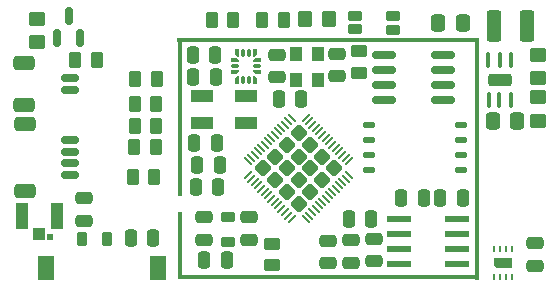
<source format=gbr>
%TF.GenerationSoftware,KiCad,Pcbnew,(6.0.7)*%
%TF.CreationDate,2022-11-04T16:49:25+01:00*%
%TF.ProjectId,LDAD ATOM PRO,4c444144-2041-4544-9f4d-2050524f2e6b,5.3*%
%TF.SameCoordinates,Original*%
%TF.FileFunction,Paste,Top*%
%TF.FilePolarity,Positive*%
%FSLAX46Y46*%
G04 Gerber Fmt 4.6, Leading zero omitted, Abs format (unit mm)*
G04 Created by KiCad (PCBNEW (6.0.7)) date 2022-11-04 16:49:25*
%MOMM*%
%LPD*%
G01*
G04 APERTURE LIST*
G04 Aperture macros list*
%AMRoundRect*
0 Rectangle with rounded corners*
0 $1 Rounding radius*
0 $2 $3 $4 $5 $6 $7 $8 $9 X,Y pos of 4 corners*
0 Add a 4 corners polygon primitive as box body*
4,1,4,$2,$3,$4,$5,$6,$7,$8,$9,$2,$3,0*
0 Add four circle primitives for the rounded corners*
1,1,$1+$1,$2,$3*
1,1,$1+$1,$4,$5*
1,1,$1+$1,$6,$7*
1,1,$1+$1,$8,$9*
0 Add four rect primitives between the rounded corners*
20,1,$1+$1,$2,$3,$4,$5,0*
20,1,$1+$1,$4,$5,$6,$7,0*
20,1,$1+$1,$6,$7,$8,$9,0*
20,1,$1+$1,$8,$9,$2,$3,0*%
%AMFreePoly0*
4,1,6,0.450000,-0.800000,-0.450000,-0.800000,-0.450000,0.530000,-0.180000,0.800000,0.450000,0.800000,0.450000,-0.800000,0.450000,-0.800000,$1*%
%AMFreePoly1*
4,1,48,0.036020,0.199191,0.037970,0.199714,0.040958,0.198321,0.057086,0.195477,0.069630,0.184951,0.084467,0.178033,0.290533,-0.028033,0.293203,-0.031847,0.294953,-0.032857,0.296081,-0.035957,0.305473,-0.049370,0.306900,-0.065680,0.312500,-0.081066,0.312500,-0.125000,0.310782,-0.134742,0.311361,-0.138024,0.309695,-0.140910,0.307977,-0.150652,0.295451,-0.165579,0.285709,-0.182453,
0.279350,-0.184767,0.275000,-0.189952,0.255809,-0.193336,0.237500,-0.200000,-0.237500,-0.200000,-0.247242,-0.198282,-0.250524,-0.198861,-0.253410,-0.197195,-0.263152,-0.195477,-0.278079,-0.182951,-0.294953,-0.173209,-0.297267,-0.166850,-0.302452,-0.162500,-0.305836,-0.143309,-0.312500,-0.125000,-0.312500,0.125000,-0.310782,0.134742,-0.311361,0.138024,-0.309695,0.140910,-0.307977,0.150652,
-0.295451,0.165579,-0.285709,0.182453,-0.279350,0.184767,-0.275000,0.189952,-0.255809,0.193336,-0.237500,0.200000,0.031434,0.200000,0.036020,0.199191,0.036020,0.199191,$1*%
%AMFreePoly2*
4,1,48,0.247242,0.198282,0.250524,0.198861,0.253410,0.197195,0.263152,0.195477,0.278079,0.182951,0.294953,0.173209,0.297267,0.166850,0.302452,0.162500,0.305836,0.143309,0.312500,0.125000,0.312500,0.081066,0.311691,0.076480,0.312214,0.074529,0.310820,0.071540,0.307977,0.055414,0.297452,0.042871,0.290533,0.028033,0.084467,-0.178033,0.080653,-0.180703,0.079643,-0.182453,
0.076543,-0.183581,0.063130,-0.192973,0.046819,-0.194400,0.031434,-0.200000,-0.237500,-0.200000,-0.247242,-0.198282,-0.250524,-0.198861,-0.253410,-0.197195,-0.263152,-0.195477,-0.278079,-0.182951,-0.294953,-0.173209,-0.297267,-0.166850,-0.302452,-0.162500,-0.305836,-0.143309,-0.312500,-0.125000,-0.312500,0.125000,-0.310782,0.134742,-0.311361,0.138024,-0.309695,0.140910,-0.307977,0.150652,
-0.295451,0.165579,-0.285709,0.182453,-0.279350,0.184767,-0.275000,0.189952,-0.255809,0.193336,-0.237500,0.200000,0.237500,0.200000,0.247242,0.198282,0.247242,0.198282,$1*%
%AMFreePoly3*
4,1,48,0.134742,0.310782,0.138024,0.311361,0.140910,0.309695,0.150652,0.307977,0.165579,0.295451,0.182453,0.285709,0.184767,0.279350,0.189952,0.275000,0.193336,0.255809,0.200000,0.237500,0.200000,-0.237500,0.198282,-0.247242,0.198861,-0.250524,0.197195,-0.253410,0.195477,-0.263152,0.182951,-0.278079,0.173209,-0.294953,0.166850,-0.297267,0.162500,-0.302452,0.143309,-0.305836,
0.125000,-0.312500,-0.125000,-0.312500,-0.134742,-0.310782,-0.138024,-0.311361,-0.140910,-0.309695,-0.150652,-0.307977,-0.165579,-0.295451,-0.182453,-0.285709,-0.184767,-0.279350,-0.189952,-0.275000,-0.193336,-0.255809,-0.200000,-0.237500,-0.200000,0.031434,-0.199191,0.036020,-0.199714,0.037970,-0.198321,0.040958,-0.195477,0.057086,-0.184951,0.069630,-0.178033,0.084467,0.028033,0.290533,
0.031847,0.293203,0.032857,0.294953,0.035957,0.296081,0.049370,0.305473,0.065680,0.306900,0.081066,0.312500,0.125000,0.312500,0.134742,0.310782,0.134742,0.310782,$1*%
%AMFreePoly4*
4,1,48,-0.076480,0.311691,-0.074530,0.312214,-0.071542,0.310821,-0.055414,0.307977,-0.042870,0.297451,-0.028033,0.290533,0.178033,0.084467,0.180703,0.080653,0.182453,0.079643,0.183581,0.076543,0.192973,0.063130,0.194400,0.046820,0.200000,0.031434,0.200000,-0.237500,0.198282,-0.247242,0.198861,-0.250524,0.197195,-0.253410,0.195477,-0.263152,0.182951,-0.278079,0.173209,-0.294953,
0.166850,-0.297267,0.162500,-0.302452,0.143309,-0.305836,0.125000,-0.312500,-0.125000,-0.312500,-0.134742,-0.310782,-0.138024,-0.311361,-0.140910,-0.309695,-0.150652,-0.307977,-0.165579,-0.295451,-0.182453,-0.285709,-0.184767,-0.279350,-0.189952,-0.275000,-0.193336,-0.255809,-0.200000,-0.237500,-0.200000,0.237500,-0.198282,0.247242,-0.198861,0.250524,-0.197195,0.253410,-0.195477,0.263152,
-0.182951,0.278079,-0.173209,0.294953,-0.166850,0.297267,-0.162500,0.302452,-0.143309,0.305836,-0.125000,0.312500,-0.081066,0.312500,-0.076480,0.311691,-0.076480,0.311691,$1*%
%AMFreePoly5*
4,1,48,0.247242,0.198282,0.250524,0.198861,0.253410,0.197195,0.263152,0.195477,0.278079,0.182951,0.294953,0.173209,0.297267,0.166850,0.302452,0.162500,0.305836,0.143309,0.312500,0.125000,0.312500,-0.125000,0.310782,-0.134742,0.311361,-0.138024,0.309695,-0.140910,0.307977,-0.150652,0.295451,-0.165579,0.285709,-0.182453,0.279350,-0.184767,0.275000,-0.189952,0.255809,-0.193336,
0.237500,-0.200000,-0.031434,-0.200000,-0.036020,-0.199191,-0.037971,-0.199714,-0.040960,-0.198320,-0.057086,-0.195477,-0.069629,-0.184952,-0.084467,-0.178033,-0.290533,0.028033,-0.293203,0.031847,-0.294953,0.032857,-0.296081,0.035957,-0.305473,0.049370,-0.306900,0.065681,-0.312500,0.081066,-0.312500,0.125000,-0.310782,0.134742,-0.311361,0.138024,-0.309695,0.140910,-0.307977,0.150652,
-0.295451,0.165579,-0.285709,0.182453,-0.279350,0.184767,-0.275000,0.189952,-0.255809,0.193336,-0.237500,0.200000,0.237500,0.200000,0.247242,0.198282,0.247242,0.198282,$1*%
%AMFreePoly6*
4,1,48,0.247242,0.198282,0.250524,0.198861,0.253410,0.197195,0.263152,0.195477,0.278079,0.182951,0.294953,0.173209,0.297267,0.166850,0.302452,0.162500,0.305836,0.143309,0.312500,0.125000,0.312500,-0.125000,0.310782,-0.134742,0.311361,-0.138024,0.309695,-0.140910,0.307977,-0.150652,0.295451,-0.165579,0.285709,-0.182453,0.279350,-0.184767,0.275000,-0.189952,0.255809,-0.193336,
0.237500,-0.200000,-0.237500,-0.200000,-0.247242,-0.198282,-0.250524,-0.198861,-0.253410,-0.197195,-0.263152,-0.195477,-0.278079,-0.182951,-0.294953,-0.173209,-0.297267,-0.166850,-0.302452,-0.162500,-0.305836,-0.143309,-0.312500,-0.125000,-0.312500,-0.081066,-0.311691,-0.076480,-0.312214,-0.074530,-0.310821,-0.071542,-0.307977,-0.055414,-0.297451,-0.042870,-0.290533,-0.028033,-0.084467,0.178033,
-0.080653,0.180703,-0.079643,0.182453,-0.076543,0.183581,-0.063130,0.192973,-0.046820,0.194400,-0.031434,0.200000,0.237500,0.200000,0.247242,0.198282,0.247242,0.198282,$1*%
%AMFreePoly7*
4,1,48,0.134742,0.310782,0.138024,0.311361,0.140910,0.309695,0.150652,0.307977,0.165579,0.295451,0.182453,0.285709,0.184767,0.279350,0.189952,0.275000,0.193336,0.255809,0.200000,0.237500,0.200000,-0.031434,0.199191,-0.036020,0.199714,-0.037971,0.198320,-0.040960,0.195477,-0.057086,0.184952,-0.069629,0.178033,-0.084467,-0.028033,-0.290533,-0.031847,-0.293203,-0.032857,-0.294953,
-0.035957,-0.296081,-0.049370,-0.305473,-0.065681,-0.306900,-0.081066,-0.312500,-0.125000,-0.312500,-0.134742,-0.310782,-0.138024,-0.311361,-0.140910,-0.309695,-0.150652,-0.307977,-0.165579,-0.295451,-0.182453,-0.285709,-0.184767,-0.279350,-0.189952,-0.275000,-0.193336,-0.255809,-0.200000,-0.237500,-0.200000,0.237500,-0.198282,0.247242,-0.198861,0.250524,-0.197195,0.253410,-0.195477,0.263152,
-0.182951,0.278079,-0.173209,0.294953,-0.166850,0.297267,-0.162500,0.302452,-0.143309,0.305836,-0.125000,0.312500,0.125000,0.312500,0.134742,0.310782,0.134742,0.310782,$1*%
%AMFreePoly8*
4,1,48,0.134742,0.310782,0.138024,0.311361,0.140910,0.309695,0.150652,0.307977,0.165579,0.295451,0.182453,0.285709,0.184767,0.279350,0.189952,0.275000,0.193336,0.255809,0.200000,0.237500,0.200000,-0.237500,0.198282,-0.247242,0.198861,-0.250524,0.197195,-0.253410,0.195477,-0.263152,0.182951,-0.278079,0.173209,-0.294953,0.166850,-0.297267,0.162500,-0.302452,0.143309,-0.305836,
0.125000,-0.312500,0.081066,-0.312500,0.076480,-0.311691,0.074529,-0.312214,0.071540,-0.310820,0.055414,-0.307977,0.042871,-0.297452,0.028033,-0.290533,-0.178033,-0.084467,-0.180703,-0.080653,-0.182453,-0.079643,-0.183581,-0.076543,-0.192973,-0.063130,-0.194400,-0.046819,-0.200000,-0.031434,-0.200000,0.237500,-0.198282,0.247242,-0.198861,0.250524,-0.197195,0.253410,-0.195477,0.263152,
-0.182951,0.278079,-0.173209,0.294953,-0.166850,0.297267,-0.162500,0.302452,-0.143309,0.305836,-0.125000,0.312500,0.125000,0.312500,0.134742,0.310782,0.134742,0.310782,$1*%
G04 Aperture macros list end*
%ADD10RoundRect,0.250000X-0.475000X0.250000X-0.475000X-0.250000X0.475000X-0.250000X0.475000X0.250000X0*%
%ADD11RoundRect,0.250000X0.475000X-0.250000X0.475000X0.250000X-0.475000X0.250000X-0.475000X-0.250000X0*%
%ADD12RoundRect,0.250000X-0.450000X0.350000X-0.450000X-0.350000X0.450000X-0.350000X0.450000X0.350000X0*%
%ADD13RoundRect,0.250000X-0.250000X-0.475000X0.250000X-0.475000X0.250000X0.475000X-0.250000X0.475000X0*%
%ADD14RoundRect,0.250000X-0.350000X-0.450000X0.350000X-0.450000X0.350000X0.450000X-0.350000X0.450000X0*%
%ADD15R,1.900000X1.100000*%
%ADD16RoundRect,0.250000X0.250000X0.475000X-0.250000X0.475000X-0.250000X-0.475000X0.250000X-0.475000X0*%
%ADD17RoundRect,0.250000X0.000000X-0.445477X0.445477X0.000000X0.000000X0.445477X-0.445477X0.000000X0*%
%ADD18RoundRect,0.050000X-0.238649X-0.309359X0.309359X0.238649X0.238649X0.309359X-0.309359X-0.238649X0*%
%ADD19RoundRect,0.050000X0.238649X-0.309359X0.309359X-0.238649X-0.238649X0.309359X-0.309359X0.238649X0*%
%ADD20RoundRect,0.250000X0.450000X-0.262500X0.450000X0.262500X-0.450000X0.262500X-0.450000X-0.262500X0*%
%ADD21RoundRect,0.250000X-0.262500X-0.450000X0.262500X-0.450000X0.262500X0.450000X-0.262500X0.450000X0*%
%ADD22FreePoly0,90.000000*%
%ADD23R,0.250000X0.550000*%
%ADD24R,1.100000X2.250000*%
%ADD25R,1.050000X1.100000*%
%ADD26RoundRect,0.250000X0.337500X0.475000X-0.337500X0.475000X-0.337500X-0.475000X0.337500X-0.475000X0*%
%ADD27RoundRect,0.250000X-0.375000X-1.075000X0.375000X-1.075000X0.375000X1.075000X-0.375000X1.075000X0*%
%ADD28RoundRect,0.150000X-0.825000X-0.150000X0.825000X-0.150000X0.825000X0.150000X-0.825000X0.150000X0*%
%ADD29R,1.400000X2.100000*%
%ADD30RoundRect,0.150000X0.150000X-0.587500X0.150000X0.587500X-0.150000X0.587500X-0.150000X-0.587500X0*%
%ADD31RoundRect,0.250000X0.450000X-0.350000X0.450000X0.350000X-0.450000X0.350000X-0.450000X-0.350000X0*%
%ADD32RoundRect,0.218750X0.381250X-0.218750X0.381250X0.218750X-0.381250X0.218750X-0.381250X-0.218750X0*%
%ADD33RoundRect,0.124800X-0.475200X-0.275200X0.475200X-0.275200X0.475200X0.275200X-0.475200X0.275200X0*%
%ADD34R,25.500000X0.400000*%
%ADD35R,0.400000X20.500000*%
%ADD36RoundRect,0.100000X-0.100000X-0.550000X0.100000X-0.550000X0.100000X0.550000X-0.100000X0.550000X0*%
%ADD37RoundRect,0.262500X0.737500X0.262500X-0.737500X0.262500X-0.737500X-0.262500X0.737500X-0.262500X0*%
%ADD38RoundRect,0.100000X0.100000X0.550000X-0.100000X0.550000X-0.100000X-0.550000X0.100000X-0.550000X0*%
%ADD39RoundRect,0.150000X-0.625000X0.150000X-0.625000X-0.150000X0.625000X-0.150000X0.625000X0.150000X0*%
%ADD40RoundRect,0.250000X-0.650000X0.350000X-0.650000X-0.350000X0.650000X-0.350000X0.650000X0.350000X0*%
%ADD41RoundRect,0.250000X0.262500X0.450000X-0.262500X0.450000X-0.262500X-0.450000X0.262500X-0.450000X0*%
%ADD42RoundRect,0.066000X-0.404000X-0.154000X0.404000X-0.154000X0.404000X0.154000X-0.404000X0.154000X0*%
%ADD43RoundRect,0.218750X-0.218750X-0.381250X0.218750X-0.381250X0.218750X0.381250X-0.218750X0.381250X0*%
%ADD44R,0.400000X5.700000*%
%ADD45R,0.500000X0.500000*%
%ADD46R,25.400000X0.400000*%
%ADD47R,0.400000X13.300000*%
%ADD48RoundRect,0.041300X0.948700X0.253700X-0.948700X0.253700X-0.948700X-0.253700X0.948700X-0.253700X0*%
%ADD49FreePoly1,270.000000*%
%ADD50RoundRect,0.087500X-0.087500X0.225000X-0.087500X-0.225000X0.087500X-0.225000X0.087500X0.225000X0*%
%ADD51FreePoly2,270.000000*%
%ADD52FreePoly3,270.000000*%
%ADD53RoundRect,0.087500X-0.225000X0.087500X-0.225000X-0.087500X0.225000X-0.087500X0.225000X0.087500X0*%
%ADD54FreePoly4,270.000000*%
%ADD55FreePoly5,270.000000*%
%ADD56FreePoly6,270.000000*%
%ADD57FreePoly7,270.000000*%
%ADD58FreePoly8,270.000000*%
%ADD59R,1.000000X1.300000*%
G04 APERTURE END LIST*
D10*
%TO.C,EC20*%
X132490000Y-103590000D03*
X132490000Y-105490000D03*
%TD*%
D11*
%TO.C,EC18*%
X142960000Y-107490000D03*
X142960000Y-105590000D03*
%TD*%
D10*
%TO.C,AUC1*%
X146860000Y-105450000D03*
X146860000Y-107350000D03*
%TD*%
D12*
%TO.C,AR1*%
X160690000Y-89850000D03*
X160690000Y-91850000D03*
%TD*%
D13*
%TO.C,EC25*%
X149140000Y-102010000D03*
X151040000Y-102010000D03*
%TD*%
D14*
%TO.C,LR1*%
X141040000Y-86810000D03*
X143040000Y-86810000D03*
%TD*%
D15*
%TO.C,ECY3*%
X132270000Y-95662500D03*
X135970000Y-95662500D03*
X135970000Y-93362500D03*
X132270000Y-93362500D03*
%TD*%
D16*
%TO.C,EC60*%
X133430000Y-91730000D03*
X131530000Y-91730000D03*
%TD*%
%TO.C,EC61*%
X133530000Y-97350000D03*
X131630000Y-97350000D03*
%TD*%
D17*
%TO.C,ESP32S3*%
X138470152Y-100459949D03*
X138470152Y-98480051D03*
X140450051Y-100459949D03*
X142429950Y-100459949D03*
X139460102Y-97490101D03*
X140450051Y-98480051D03*
X143419899Y-99470000D03*
X141440000Y-101449899D03*
X142429950Y-98480051D03*
X141440000Y-99470000D03*
X137480203Y-99470000D03*
X141440000Y-97490101D03*
X140450051Y-102439848D03*
X139460102Y-101449899D03*
X140450051Y-96500152D03*
X139460102Y-99470000D03*
D18*
X136180894Y-100062202D03*
X136463737Y-100345045D03*
X136746579Y-100627887D03*
X137029422Y-100910730D03*
X137312265Y-101193573D03*
X137595107Y-101476415D03*
X137877950Y-101759258D03*
X138160793Y-102042101D03*
X138443636Y-102324944D03*
X138726478Y-102607786D03*
X139009321Y-102890629D03*
X139292164Y-103173472D03*
X139575006Y-103456314D03*
X139857849Y-103739157D03*
D19*
X141042253Y-103739157D03*
X141325096Y-103456314D03*
X141607938Y-103173472D03*
X141890781Y-102890629D03*
X142173624Y-102607786D03*
X142456466Y-102324944D03*
X142739309Y-102042101D03*
X143022152Y-101759258D03*
X143304995Y-101476415D03*
X143587837Y-101193573D03*
X143870680Y-100910730D03*
X144153523Y-100627887D03*
X144436365Y-100345045D03*
X144719208Y-100062202D03*
D18*
X144719208Y-98877798D03*
X144436365Y-98594955D03*
X144153523Y-98312113D03*
X143870680Y-98029270D03*
X143587837Y-97746427D03*
X143304995Y-97463585D03*
X143022152Y-97180742D03*
X142739309Y-96897899D03*
X142456466Y-96615056D03*
X142173624Y-96332214D03*
X141890781Y-96049371D03*
X141607938Y-95766528D03*
X141325096Y-95483686D03*
X141042253Y-95200843D03*
D19*
X139857849Y-95200843D03*
X139575006Y-95483686D03*
X139292164Y-95766528D03*
X139009321Y-96049371D03*
X138726478Y-96332214D03*
X138443636Y-96615056D03*
X138160793Y-96897899D03*
X137877950Y-97180742D03*
X137595107Y-97463585D03*
X137312265Y-97746427D03*
X137029422Y-98029270D03*
X136746579Y-98312113D03*
X136463737Y-98594955D03*
X136180894Y-98877798D03*
%TD*%
D20*
%TO.C,ER1*%
X138220000Y-107655000D03*
X138220000Y-105830000D03*
%TD*%
D21*
%TO.C,ER3*%
X121537500Y-90270000D03*
X123362500Y-90270000D03*
%TD*%
D13*
%TO.C,EC38*%
X126240000Y-105320000D03*
X128140000Y-105320000D03*
%TD*%
D11*
%TO.C,SHC1*%
X160450000Y-107710000D03*
X160450000Y-105810000D03*
%TD*%
D20*
%TO.C,PSR1*%
X145540000Y-91372500D03*
X145540000Y-89547500D03*
%TD*%
D22*
%TO.C,SH1*%
X157760000Y-107460000D03*
D23*
X157010000Y-108635000D03*
X157510000Y-108635000D03*
X158010000Y-108635000D03*
X158510000Y-108635000D03*
X158510000Y-106285000D03*
X158010000Y-106285000D03*
X157510000Y-106285000D03*
X157010000Y-106285000D03*
%TD*%
D24*
%TO.C,J20*%
X117020000Y-103460000D03*
X119970000Y-103460000D03*
D25*
X118495000Y-105010000D03*
%TD*%
D13*
%TO.C,EC26*%
X144700000Y-103770000D03*
X146600000Y-103770000D03*
%TD*%
D26*
%TO.C,AC1*%
X154357500Y-87190000D03*
X152282500Y-87190000D03*
%TD*%
D11*
%TO.C,EC40*%
X136280000Y-105520000D03*
X136280000Y-103620000D03*
%TD*%
%TO.C,EC17*%
X144870000Y-107470000D03*
X144870000Y-105570000D03*
%TD*%
D27*
%TO.C,AL1*%
X157020000Y-87400000D03*
X159820000Y-87400000D03*
%TD*%
D28*
%TO.C,EPS1*%
X147715000Y-89825000D03*
X147715000Y-91095000D03*
X147715000Y-92365000D03*
X147715000Y-93635000D03*
X152665000Y-93635000D03*
X152665000Y-92365000D03*
X152665000Y-91095000D03*
X152665000Y-89825000D03*
%TD*%
D21*
%TO.C,ICR1*%
X133087500Y-86890000D03*
X134912500Y-86890000D03*
%TD*%
D29*
%TO.C,ANT1*%
X119040000Y-107880000D03*
X128540000Y-107880000D03*
%TD*%
D13*
%TO.C,EC16*%
X138800000Y-93570000D03*
X140700000Y-93570000D03*
%TD*%
%TO.C,IMUC1*%
X131510000Y-89870000D03*
X133410000Y-89870000D03*
%TD*%
D30*
%TO.C,Q5*%
X120040000Y-88397500D03*
X121940000Y-88397500D03*
X120990000Y-86522500D03*
%TD*%
D11*
%TO.C,EC51*%
X143720000Y-91650000D03*
X143720000Y-89750000D03*
%TD*%
D13*
%TO.C,EC15*%
X131750000Y-101070000D03*
X133650000Y-101070000D03*
%TD*%
D21*
%TO.C,IDR1*%
X137367500Y-86900000D03*
X139192500Y-86900000D03*
%TD*%
D31*
%TO.C,QR1*%
X118350000Y-88780000D03*
X118350000Y-86780000D03*
%TD*%
D32*
%TO.C,L2*%
X134480000Y-105672500D03*
X134480000Y-103547500D03*
%TD*%
D26*
%TO.C,AC2*%
X158987500Y-95470000D03*
X156912500Y-95470000D03*
%TD*%
D33*
%TO.C,LED1*%
X145230000Y-87700000D03*
X148410000Y-87710000D03*
X145230000Y-86560000D03*
X148420000Y-86590000D03*
%TD*%
D16*
%TO.C,EC19*%
X134380000Y-107260000D03*
X132480000Y-107260000D03*
%TD*%
D34*
%TO.C,*%
X142930000Y-108670000D03*
%TD*%
D13*
%TO.C,EC14*%
X131880000Y-99220000D03*
X133780000Y-99220000D03*
%TD*%
D35*
%TO.C,REF\u002A\u002A*%
X155530000Y-98650000D03*
%TD*%
D36*
%TO.C,AU1*%
X158440000Y-90290000D03*
X157500000Y-90295000D03*
D37*
X157475000Y-92010000D03*
D36*
X156515000Y-90295000D03*
D38*
X156545000Y-93685000D03*
X157460000Y-93680000D03*
X158420000Y-93680000D03*
%TD*%
D39*
%TO.C,I2C2*%
X121140000Y-97050000D03*
X121140000Y-98050000D03*
X121140000Y-99050000D03*
X121140000Y-100050000D03*
D40*
X117265000Y-101350000D03*
X117265000Y-95750000D03*
%TD*%
D41*
%TO.C,EXP_R3*%
X128342500Y-97680000D03*
X126517500Y-97680000D03*
%TD*%
D11*
%TO.C,EC50*%
X138620000Y-91750000D03*
X138620000Y-89850000D03*
%TD*%
D42*
%TO.C,ESP_FLASH1*%
X146395000Y-95755000D03*
X146395000Y-97025000D03*
X146395000Y-98295000D03*
X146395000Y-99565000D03*
X154185000Y-99565000D03*
X154185000Y-98295000D03*
X154185000Y-97025000D03*
X154185000Y-95755000D03*
%TD*%
D41*
%TO.C,EXP_R4*%
X128232500Y-100180000D03*
X126407500Y-100180000D03*
%TD*%
D11*
%TO.C,EC37*%
X122320000Y-103910000D03*
X122320000Y-102010000D03*
%TD*%
D43*
%TO.C,EL4*%
X122087500Y-105430000D03*
X124212500Y-105430000D03*
%TD*%
D12*
%TO.C,AR2*%
X160750000Y-93460000D03*
X160750000Y-95460000D03*
%TD*%
D39*
%TO.C,J3*%
X121080000Y-91840000D03*
X121080000Y-92840000D03*
D40*
X117205000Y-94140000D03*
X117205000Y-90540000D03*
%TD*%
D44*
%TO.C,*%
X130430000Y-105980000D03*
%TD*%
D41*
%TO.C,EXP_R2*%
X128402500Y-95870000D03*
X126577500Y-95870000D03*
%TD*%
D45*
%TO.C,REF\u002A\u002A*%
X118765000Y-105305000D03*
X119390000Y-105310000D03*
%TD*%
D41*
%TO.C,EXP_R1*%
X128422500Y-94050000D03*
X126597500Y-94050000D03*
%TD*%
D46*
%TO.C,*%
X142890000Y-88610000D03*
%TD*%
D47*
%TO.C,REF\u002A\u002A*%
X130430000Y-95190000D03*
%TD*%
D48*
%TO.C,U2*%
X153870000Y-107585000D03*
X153870000Y-106315000D03*
X153870000Y-105045000D03*
X153870000Y-103775000D03*
X148930000Y-103775000D03*
X148930000Y-105045000D03*
X148930000Y-106315000D03*
X148930000Y-107585000D03*
%TD*%
D49*
%TO.C,IMU1*%
X136760000Y-89667500D03*
D50*
X136260000Y-89667500D03*
X135760000Y-89667500D03*
D51*
X135260000Y-89667500D03*
D52*
X135097500Y-90330000D03*
D53*
X135097500Y-90830000D03*
D54*
X135097500Y-91330000D03*
D55*
X135260000Y-91992500D03*
D50*
X135760000Y-91992500D03*
X136260000Y-91992500D03*
D56*
X136760000Y-91992500D03*
D57*
X136922500Y-91330000D03*
D53*
X136922500Y-90830000D03*
D58*
X136922500Y-90330000D03*
%TD*%
D21*
%TO.C,ER2*%
X126607500Y-91900000D03*
X128432500Y-91900000D03*
%TD*%
D16*
%TO.C,EC24*%
X154350000Y-101980000D03*
X152450000Y-101980000D03*
%TD*%
D59*
%TO.C,ECY2*%
X142060000Y-92000000D03*
X142060000Y-89800000D03*
X140260000Y-89800000D03*
X140260000Y-92000000D03*
%TD*%
M02*

</source>
